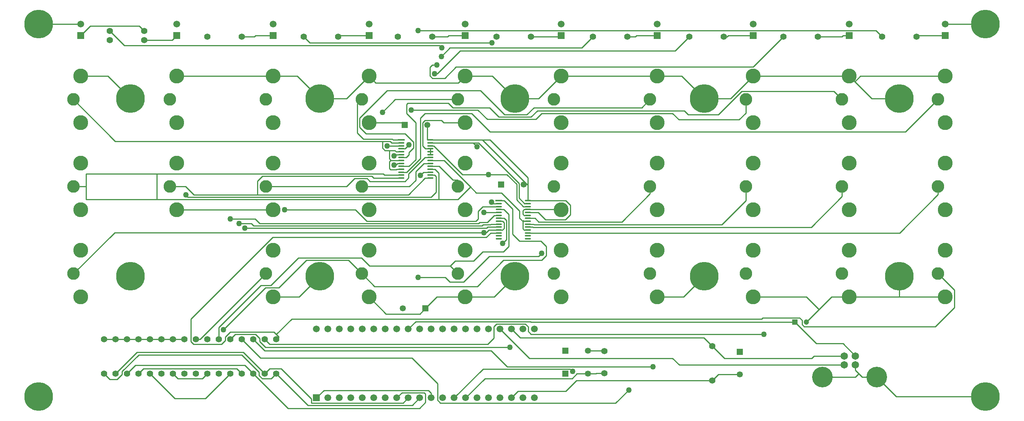
<source format=gtl>
%FSLAX23Y23*%
%MOIN*%
G70*
G01*
G75*
G04 Layer_Physical_Order=1*
%ADD10R,0.059X0.012*%
%ADD11O,0.059X0.012*%
%ADD12C,0.010*%
%ADD13C,0.250*%
%ADD14C,0.110*%
%ADD15C,0.130*%
%ADD16C,0.055*%
%ADD17R,0.059X0.059*%
%ADD18C,0.059*%
%ADD19R,0.053X0.053*%
%ADD20C,0.053*%
%ADD21C,0.047*%
%ADD22R,0.047X0.047*%
%ADD23R,0.059X0.059*%
%ADD24C,0.059*%
%ADD25C,0.065*%
%ADD26C,0.180*%
%ADD27C,0.050*%
D10*
X4410Y3490D02*
D03*
X5260Y2960D02*
D03*
D11*
X4410Y3464D02*
D03*
Y3439D02*
D03*
Y3413D02*
D03*
Y3388D02*
D03*
Y3362D02*
D03*
Y3336D02*
D03*
Y3311D02*
D03*
Y3285D02*
D03*
Y3260D02*
D03*
Y3234D02*
D03*
Y3209D02*
D03*
Y3183D02*
D03*
Y3157D02*
D03*
X4663Y3490D02*
D03*
Y3464D02*
D03*
Y3439D02*
D03*
Y3413D02*
D03*
Y3388D02*
D03*
Y3362D02*
D03*
Y3336D02*
D03*
Y3311D02*
D03*
Y3285D02*
D03*
Y3260D02*
D03*
Y3234D02*
D03*
Y3209D02*
D03*
Y3183D02*
D03*
Y3157D02*
D03*
X5513Y2627D02*
D03*
Y2653D02*
D03*
Y2679D02*
D03*
Y2704D02*
D03*
Y2730D02*
D03*
Y2755D02*
D03*
Y2781D02*
D03*
Y2806D02*
D03*
Y2832D02*
D03*
Y2858D02*
D03*
Y2883D02*
D03*
Y2909D02*
D03*
Y2934D02*
D03*
Y2960D02*
D03*
X5260Y2627D02*
D03*
Y2653D02*
D03*
Y2679D02*
D03*
Y2704D02*
D03*
Y2730D02*
D03*
Y2755D02*
D03*
Y2781D02*
D03*
Y2806D02*
D03*
Y2832D02*
D03*
Y2858D02*
D03*
Y2883D02*
D03*
Y2909D02*
D03*
Y2934D02*
D03*
D12*
X4557Y4445D02*
X8545D01*
X8600Y4390D01*
X4659Y4050D02*
X4680Y4029D01*
X4788D01*
X4659Y4050D02*
Y4123D01*
X4680Y4144D01*
X4720D01*
X4788Y4029D02*
X4885Y4126D01*
X7476D01*
X7740Y4390D01*
X4699Y4069D02*
X4724D01*
X4921Y4266D01*
X6796D01*
X6920Y4390D01*
X4760Y4219D02*
X4834Y4293D01*
X5983D01*
X6080Y4390D01*
X3614Y4336D02*
X5199D01*
X3560Y4390D02*
X3614Y4336D01*
X4744Y4315D02*
X4764Y4295D01*
X1995Y4315D02*
X4744D01*
X1870Y4440D02*
X1995Y4315D01*
X8900Y4401D02*
X9149D01*
X8900Y4390D02*
Y4401D01*
X9149D02*
X9150Y4400D01*
X8040Y4390D02*
X8249D01*
X8259Y4400D01*
X8313D01*
X7220Y4390D02*
X7250D01*
X7260Y4400D01*
X7476D01*
X6380Y4390D02*
X6450D01*
X6460Y4400D01*
X6639D01*
X5540Y4390D02*
X5792D01*
X5802Y4400D01*
X4680Y4390D02*
X4814D01*
X4824Y4400D01*
X4965D01*
X3860Y4401D02*
X4127D01*
X3860Y4390D02*
Y4401D01*
X4127D02*
X4128Y4400D01*
X3020Y4390D02*
X3128D01*
X3138Y4400D01*
X3291D01*
X2170Y4360D02*
X2414D01*
X2454Y4400D01*
X1617D02*
X1700Y4483D01*
X2127D01*
X2170Y4440D01*
X4970Y1240D02*
X5138Y1408D01*
X5898D01*
X5940Y1450D01*
X6037D01*
X6106D01*
X6110Y1454D01*
X6180D01*
X4870Y1240D02*
X5122Y1492D01*
X5880D01*
X5902Y1470D01*
X6037Y1650D02*
X6176D01*
X6180Y1646D01*
X5370Y1240D02*
X5427Y1297D01*
X5843D01*
X5936Y1390D01*
X7120D01*
X7173Y1443D01*
X7360D01*
X7046Y1764D02*
X7120Y1690D01*
X5446Y1764D02*
X7046D01*
X5370Y1840D02*
X5446Y1764D01*
X7120Y1690D02*
X7226Y1584D01*
X7985D01*
X8006Y1605D01*
X8268D01*
X1820Y1750D02*
X1920D01*
X2020D01*
X2120D01*
X2220D01*
X2320D01*
X2420D01*
X2520D01*
X2454Y2880D02*
X3291D01*
X4128Y2120D02*
X4276Y1972D01*
X4572D01*
X3291Y2120D02*
X3520D01*
X3700Y2300D01*
X4572Y1972D02*
X4620Y2020D01*
X4720Y2120D01*
X4965D01*
X5220D01*
X5400Y2300D01*
X1617Y4046D02*
X1854D01*
X2050Y3850D01*
X2454Y4046D02*
Y4046D01*
X3184D01*
X3185Y4046D01*
X1250Y4500D02*
X1250Y4500D01*
X1250D02*
X1250D01*
X1617D01*
X3185Y4046D02*
X3291D01*
X3504D01*
X3700Y3850D01*
X4620Y3413D02*
X4662D01*
X4595Y3438D02*
X4620Y3413D01*
X4595Y3438D02*
Y3640D01*
X4128D02*
X4420D01*
X4440Y3620D01*
X4595Y3640D02*
X4617Y3662D01*
X4758D01*
X4663Y3362D02*
X4663D01*
Y3388D01*
X4662D02*
X4663D01*
X4663D01*
X4662D02*
Y3413D01*
X4663D01*
X4780Y3640D02*
X4965D01*
X3700Y3850D02*
X3932D01*
X4128Y4046D01*
X4185Y3988D01*
X4758Y3662D02*
X4780Y3640D01*
X4185Y3988D02*
X4907D01*
X4965Y4046D01*
X5204D02*
X5400Y3850D01*
X4965Y4046D02*
X5204D01*
X6639Y2120D02*
X6870D01*
X7050Y2300D01*
X5468Y2844D02*
X5480Y2832D01*
X5468Y2844D02*
Y2871D01*
X5480Y2883D01*
Y2832D02*
X5513D01*
X5480Y2883D02*
X5513D01*
X5654D01*
X5655Y2884D01*
X5798D01*
X5802Y2880D01*
X7940Y1900D02*
X8050Y2010D01*
X8080Y1420D02*
X8366D01*
X7476Y2120D02*
X7940D01*
X8050Y2010D01*
X8160Y2120D01*
X8313D01*
X8750D01*
X8366Y1420D02*
X8396Y1450D01*
X8426Y1420D01*
X8724Y1250D02*
X9500D01*
X8554Y1420D02*
X8724Y1250D01*
X8366Y1480D02*
X8396Y1450D01*
X8366Y1480D02*
Y1527D01*
X8426Y1420D02*
X8554D01*
X8750Y2120D02*
X9150D01*
X8750D02*
Y2300D01*
X5400Y3850D02*
X5606D01*
X7050D02*
X7280D01*
X5606D02*
X5802Y4046D01*
X6072D01*
X6072Y4046D01*
X6638D01*
X6639Y4046D01*
X6854D01*
X7050Y3850D01*
X7280D02*
X7476Y4046D01*
X7744D01*
X7744Y4046D01*
X8312D01*
X8362Y3997D02*
X8508Y3850D01*
X8750D01*
X8312Y4046D02*
X8313Y4046D01*
X8362Y3997D01*
X8410Y4046D01*
X9150D01*
Y4500D02*
X9150Y4500D01*
X9150D02*
X9150D01*
X9500D01*
X3670Y1240D02*
X3735Y1305D01*
X4470Y1840D02*
X4535Y1905D01*
X3735Y1305D02*
X4645D01*
X4670Y1240D02*
Y1280D01*
X4645Y1305D02*
X4670Y1280D01*
X4637Y3490D02*
Y3620D01*
X4535Y1905D02*
X5535D01*
X4637Y3490D02*
X4663D01*
X5116D01*
X5184D01*
X5535Y1905D02*
X5540Y1900D01*
X5667Y2795D02*
X5840D01*
X5604Y2858D02*
X5667Y2795D01*
X5840D02*
X5882Y2837D01*
Y2920D01*
X8027Y1713D02*
X8259D01*
X8366Y1605D01*
X5540Y1900D02*
X7840D01*
X8027Y1713D01*
X5477Y3100D02*
X5506D01*
X5491Y3115D02*
X5506Y3100D01*
X5116Y3490D02*
X5491Y3115D01*
X5513Y2960D02*
Y3161D01*
Y2858D02*
X5604D01*
X5513Y2960D02*
X5842D01*
X5184Y3490D02*
X5513Y3161D01*
X5842Y2960D02*
X5882Y2920D01*
X5270Y1840D02*
X5526Y1584D01*
X6774D01*
X6831Y1527D01*
X8268D01*
X4286Y3439D02*
X4410D01*
X4286D02*
Y3439D01*
X4027Y3551D02*
Y3805D01*
Y3551D02*
X4079Y3499D01*
X4027Y3805D02*
X4065Y3843D01*
X4329Y3499D02*
X4338Y3490D01*
X4079Y3499D02*
X4329D01*
X4338Y3490D02*
X4410D01*
X4246Y3732D02*
X4357Y3843D01*
X4902D01*
X4410Y3413D02*
X4441D01*
X4475Y3447D01*
X4346Y3352D02*
X4356Y3362D01*
X4410D01*
Y3336D02*
X4451D01*
X4475Y3360D01*
X4444Y3543D02*
X4515Y3472D01*
X4047Y3600D02*
X4104Y3543D01*
X4047Y3600D02*
Y3680D01*
X4104Y3543D02*
X4444D01*
X4047Y3680D02*
X4287Y3920D01*
X5100D01*
X4475Y3360D02*
Y3382D01*
X4515Y3422D01*
Y3472D01*
X5100Y3920D02*
X5310Y3710D01*
X5503D01*
X5565Y3772D01*
X6505D01*
X6576Y3843D01*
X4346Y3270D02*
X4361D01*
X4376Y3285D01*
X4410D01*
X4495Y3752D02*
X5077D01*
X6828Y3666D02*
X7354D01*
X6774Y3720D02*
X6828Y3666D01*
X7354D02*
X7413Y3725D01*
X5159Y3670D02*
X5581D01*
X5077Y3752D02*
X5159Y3670D01*
X5581D02*
X5631Y3720D01*
X6774D01*
X7413Y3725D02*
Y3843D01*
X4410Y3260D02*
X4477D01*
X4535Y3317D01*
X4455Y3720D02*
X4535Y3640D01*
Y3317D02*
Y3640D01*
X4455Y3720D02*
Y3800D01*
X4467Y3812D01*
X4860Y3772D02*
X5178D01*
X4467Y3812D02*
X4820D01*
X4860Y3772D01*
X5260Y3690D02*
X5540D01*
X5178Y3772D02*
X5260Y3690D01*
X6910Y3710D02*
X7172D01*
X5540Y3690D02*
X5595Y3745D01*
X6875D02*
X6910Y3710D01*
X5595Y3745D02*
X6875D01*
X7172Y3710D02*
X7375Y3913D01*
X8180D01*
X8250Y3843D01*
X4410Y3209D02*
X4455D01*
X4575Y3329D01*
Y3680D01*
X4615Y3720D01*
X5023D02*
X5183Y3560D01*
X8804D01*
X4615Y3720D02*
X5023D01*
X8804Y3560D02*
X9087Y3843D01*
X4306Y3240D02*
Y3300D01*
X4246Y3420D02*
X4267Y3399D01*
X4305Y3326D02*
Y3399D01*
X4306Y3240D02*
X4316Y3230D01*
X4306Y3300D02*
X4317Y3311D01*
X4305Y3326D02*
X4320Y3311D01*
X4246Y3420D02*
Y3479D01*
X1554Y3843D02*
X1917Y3479D01*
X4267Y3399D02*
X4305D01*
X4354D01*
X1917Y3479D02*
X4246D01*
X4311D01*
X4316Y3230D02*
X4365D01*
X4317Y3311D02*
X4320D01*
X4365Y3230D02*
X4369Y3234D01*
X4410D01*
X4320Y3311D02*
X4410D01*
X4311Y3479D02*
X4326Y3464D01*
X4354Y3399D02*
X4365Y3388D01*
X4410D01*
X4326Y3464D02*
X4410D01*
X2620Y1750D02*
X2655D01*
X3228Y2323D01*
X4009Y2881D02*
X4110Y2780D01*
X5059D01*
X5080Y2801D01*
Y2869D01*
X3391Y2881D02*
X4009D01*
X5080Y2869D02*
X5120Y2909D01*
X5260D01*
X2860Y1833D02*
X3227Y2200D01*
X3341D01*
X3581Y2440D01*
X3948D01*
X4065Y2323D02*
X4177Y2211D01*
X3948Y2440D02*
X4065Y2323D01*
X4177Y2211D02*
X5071D01*
X5300Y2440D01*
X5633D01*
X5673Y2480D01*
X5627Y2606D02*
X5673Y2560D01*
Y2480D02*
Y2560D01*
X5379Y2667D02*
Y2887D01*
X5260Y2960D02*
X5306D01*
X5440Y2606D02*
X5627D01*
X5306Y2960D02*
X5379Y2887D01*
Y2667D02*
X5440Y2606D01*
X2820Y1750D02*
Y1853D01*
X3187Y2220D01*
X3272D01*
X3512Y2460D01*
X4062D01*
X4132Y2390D02*
X4835D01*
X4062Y2460D02*
X4132Y2390D01*
X4835D02*
X4902Y2323D01*
X4835Y2390D02*
X4880Y2435D01*
X5040D01*
X5120Y2515D01*
X5300D01*
X5260Y2883D02*
X5302D01*
X5300Y2515D02*
X5345Y2560D01*
X5302Y2883D02*
X5345Y2840D01*
Y2560D02*
Y2840D01*
X2920Y1750D02*
X2963Y1793D01*
X3227Y1680D02*
X5355D01*
X3177Y1730D02*
X3227Y1680D01*
X3177Y1730D02*
Y1756D01*
X2963Y1793D02*
X3140D01*
X2920Y2800D02*
X3137D01*
X3140Y1793D02*
X3177Y1756D01*
X3137Y2800D02*
X3177Y2760D01*
X5083D01*
X5093Y2770D01*
X5158D01*
X5220Y2832D01*
X5260D01*
X3183Y1587D02*
X4503D01*
X3020Y1750D02*
X3183Y1587D01*
X4725Y1220D02*
X4750Y1195D01*
X6277D01*
X4503Y1587D02*
X4725Y1365D01*
Y1220D02*
Y1365D01*
X5260Y2806D02*
X5305D01*
X6277Y1195D02*
X6391Y1309D01*
X5291Y2587D02*
X5325Y2621D01*
Y2786D01*
X5305Y2806D02*
X5325Y2786D01*
X3218Y1652D02*
X5192D01*
X3120Y1750D02*
X3218Y1652D01*
X3124Y2740D02*
X5113D01*
X2995Y2760D02*
X3104D01*
X3124Y2740D01*
X5332Y1512D02*
X6602D01*
X5192Y1652D02*
X5332Y1512D01*
X5113Y2740D02*
X5123Y2750D01*
X5186D01*
X5191Y2755D01*
X5260D01*
X3263Y1707D02*
X5162D01*
X3220Y1750D02*
X3263Y1707D01*
X5162D02*
X5215Y1760D01*
X3047Y2720D02*
X5151D01*
X5161Y2730D01*
X5260D01*
X5515Y1820D02*
X5540Y1795D01*
X5215Y1760D02*
Y1860D01*
X5515Y1820D02*
Y1860D01*
X5540Y1795D02*
X7569D01*
X5215Y1860D02*
X5240Y1885D01*
X5490D01*
X5515Y1860D01*
X2600Y1707D02*
X2844D01*
X2577Y1730D02*
X2600Y1707D01*
X2577Y1730D02*
Y1929D01*
X2844Y1707D02*
X2877Y1740D01*
Y1770D01*
X3320Y1750D02*
X3342Y1771D01*
X2877Y1770D02*
X2920Y1813D01*
X2577Y1929D02*
X3288Y2640D01*
X2920Y1813D02*
X3300D01*
X3320Y1793D01*
X3342Y1771D01*
X3288Y2640D02*
X5150D01*
X3320Y1793D02*
X3456Y1929D01*
X7901Y1880D02*
Y1918D01*
X3456Y1929D02*
X7549D01*
X7559Y1939D01*
X7901Y1880D02*
X7920Y1861D01*
X9064D01*
X7880Y1939D02*
X7901Y1918D01*
X9064Y1861D02*
X9230Y2027D01*
X5150Y2640D02*
X5189Y2679D01*
X5260D01*
X7559Y1939D02*
X7880D01*
X9230Y2027D02*
Y2180D01*
X9087Y2323D02*
X9230Y2180D01*
X1554Y2323D02*
X1911Y2680D01*
X5130D01*
X5148D01*
X5172Y2704D01*
X5128Y2858D02*
X5260D01*
X5172Y2704D02*
X5260D01*
X5290D01*
X5305Y2719D01*
Y2767D01*
X5260Y2781D02*
X5291D01*
X5305Y2767D01*
X5195Y2949D02*
X5210Y2934D01*
X5260D01*
X3228Y3083D02*
Y3083D01*
X3931D01*
X4001Y3153D01*
X4111D01*
X4135Y3129D01*
X4443D01*
X4474Y3160D01*
Y3193D01*
X4617Y3336D01*
X4663D01*
X4065Y3083D02*
X4480D01*
X4536Y3139D01*
Y3215D01*
X4606Y3285D01*
X4663D01*
X4740Y3260D02*
X4859Y3141D01*
X4663Y3260D02*
X4740D01*
X4902Y3083D02*
Y3141D01*
X4859D02*
X4902D01*
X4556Y2290D02*
X4794D01*
X4576Y3181D02*
X4604Y3209D01*
X4663D01*
X4832Y2252D02*
X4954D01*
X4794Y2290D02*
X4832Y2252D01*
X4954D02*
X5175Y2473D01*
X5606D01*
X5633Y2500D01*
X5576Y2806D02*
X5607Y2775D01*
X5513Y2806D02*
X5576D01*
X5607Y2775D02*
X6331D01*
X6576Y3020D01*
Y3083D01*
X5513Y2755D02*
X5564D01*
X5569Y2750D01*
X7202D01*
X7413Y2961D01*
Y3083D01*
X5513Y2730D02*
X5555D01*
X5556Y2729D01*
X7982D01*
X8250Y2997D01*
Y3083D01*
X5513Y2679D02*
X5635D01*
X5636Y2678D01*
X8752D01*
X9087Y3013D01*
Y3083D01*
X1554D02*
X1664D01*
X1664Y2972D02*
Y3082D01*
X1664Y3083D02*
X1664Y3082D01*
Y2972D02*
X2280D01*
X4737D01*
X1664Y3083D02*
Y3193D01*
X2280Y2972D02*
Y3193D01*
X1664D02*
X2280D01*
X4262Y3183D02*
X4410D01*
X2280Y3193D02*
X4252D01*
X4262Y3183D01*
X4663Y3234D02*
X4703D01*
X4663Y3311D02*
X4781D01*
X5468Y2716D02*
X5480Y2704D01*
X5468Y2716D02*
Y2781D01*
X5440Y2809D02*
X5468Y2781D01*
X5474Y2786D01*
X5480Y2704D02*
X5513D01*
X5474Y2786D02*
X5479Y2781D01*
X5513D01*
X4737Y2972D02*
X4904D01*
X5012Y3080D01*
X4703Y3234D02*
X4737Y3200D01*
Y2972D02*
Y3200D01*
X5063Y3029D02*
X5283D01*
X5440Y2809D02*
Y2872D01*
X4781Y3311D02*
X5012Y3080D01*
X5283Y3029D02*
X5440Y2872D01*
X5012Y3080D02*
X5063Y3029D01*
X2534Y3008D02*
Y3012D01*
Y3008D02*
X2550Y2992D01*
X4669D01*
X4711Y3034D01*
X4663Y3183D02*
X4700D01*
X4711Y3034D02*
Y3172D01*
X4700Y3183D02*
X4711Y3172D01*
X2530Y3083D02*
X2601Y3012D01*
X3157D01*
X4471D01*
X2391Y3083D02*
X2530D01*
X3157Y3012D02*
Y3130D01*
X3200Y3173D01*
X4471Y3012D02*
X4616Y3157D01*
X3200Y3173D02*
X4152D01*
X4168Y3157D01*
X4410D01*
X4616D02*
X4663D01*
X2420Y1450D02*
X2463Y1407D01*
X2677D01*
X2720Y1450D01*
X2220D02*
X2437Y1233D01*
X2703D01*
X2920Y1450D01*
X2120D02*
X2163Y1493D01*
X2977D01*
X3020Y1450D01*
X3120D02*
X3421Y1149D01*
X2020Y1450D02*
X2094Y1524D01*
X3046D01*
X3120Y1450D01*
X3421Y1149D02*
X4569D01*
X4620Y1200D01*
Y1275D01*
X4370Y1240D02*
X4415Y1285D01*
X4610D01*
X4620Y1275D01*
X1920Y1450D02*
X2107Y1637D01*
X3033D01*
X3220Y1450D02*
X3263Y1493D01*
X3033Y1637D02*
X3220Y1450D01*
X3625Y1195D02*
Y1231D01*
Y1195D02*
X4425D01*
X4470Y1240D01*
X3263Y1493D02*
X3363D01*
X3625Y1231D01*
X1820Y1450D02*
X1870Y1400D01*
X1934D01*
X1977Y1443D01*
Y1470D01*
X2122Y1615D01*
X3018D01*
X3170Y1463D01*
X3595Y1175D02*
X4505D01*
X3320Y1450D02*
X3595Y1175D01*
X4505D02*
X4570Y1240D01*
X3170Y1435D02*
X3198Y1407D01*
X3170Y1435D02*
Y1463D01*
X3198Y1407D02*
X3277D01*
X3320Y1450D01*
X4663Y3439D02*
X4694D01*
X4944Y3189D02*
X5170D01*
X4694Y3439D02*
X4944Y3189D01*
X5415Y2967D02*
X5473Y2909D01*
X5513D01*
X5170Y3189D02*
X5329D01*
X5415Y2967D02*
Y3103D01*
X5329Y3189D02*
X5415Y3103D01*
X5037Y3464D02*
X5070Y3431D01*
X4663Y3464D02*
X5037D01*
X5082D01*
X5435Y2983D02*
X5484Y2934D01*
X5435Y2983D02*
Y3111D01*
X5484Y2934D02*
X5513D01*
X5082Y3464D02*
X5435Y3111D01*
D13*
X1250Y1250D02*
D03*
X2050Y2300D02*
D03*
X3700D02*
D03*
X5400D02*
D03*
X2050Y3850D02*
D03*
X3700D02*
D03*
X1250Y4500D02*
D03*
X5400Y3850D02*
D03*
X7050Y2300D02*
D03*
X9500Y1250D02*
D03*
X8750Y2300D02*
D03*
X7050Y3850D02*
D03*
X8750D02*
D03*
X9500Y4500D02*
D03*
D14*
X2391Y3083D02*
D03*
X1554Y2323D02*
D03*
Y3083D02*
D03*
X6576D02*
D03*
X3228D02*
D03*
X7413D02*
D03*
X4065D02*
D03*
X8250D02*
D03*
X4902D02*
D03*
X9087D02*
D03*
X5739D02*
D03*
X3228Y2323D02*
D03*
X4065D02*
D03*
X4902D02*
D03*
X5739D02*
D03*
X6576D02*
D03*
X7413D02*
D03*
X8250D02*
D03*
X9087D02*
D03*
Y3843D02*
D03*
X8250D02*
D03*
X7413D02*
D03*
X6576D02*
D03*
X5739D02*
D03*
X4902D02*
D03*
X4065D02*
D03*
X3228D02*
D03*
X1554D02*
D03*
X2391D02*
D03*
D15*
X2454Y3286D02*
D03*
Y2880D02*
D03*
X1617Y2526D02*
D03*
Y2120D02*
D03*
Y3286D02*
D03*
Y2880D02*
D03*
X6639Y3286D02*
D03*
Y2880D02*
D03*
X3291Y3286D02*
D03*
Y2880D02*
D03*
X7476Y3286D02*
D03*
Y2880D02*
D03*
X4128Y3286D02*
D03*
Y2880D02*
D03*
X8313Y3286D02*
D03*
Y2880D02*
D03*
X4965Y3286D02*
D03*
Y2880D02*
D03*
X9150Y3286D02*
D03*
Y2880D02*
D03*
X5802Y3286D02*
D03*
Y2880D02*
D03*
X3291Y2526D02*
D03*
Y2120D02*
D03*
X4128Y2526D02*
D03*
Y2120D02*
D03*
X4965Y2526D02*
D03*
Y2120D02*
D03*
X5802Y2526D02*
D03*
Y2120D02*
D03*
X6639Y2526D02*
D03*
Y2120D02*
D03*
X7476Y2526D02*
D03*
Y2120D02*
D03*
X8313Y2526D02*
D03*
Y2120D02*
D03*
X9150Y2526D02*
D03*
Y2120D02*
D03*
Y3640D02*
D03*
Y4046D02*
D03*
X8313Y3640D02*
D03*
Y4046D02*
D03*
X7476Y3640D02*
D03*
Y4046D02*
D03*
X6639Y3640D02*
D03*
Y4046D02*
D03*
X5802Y3640D02*
D03*
Y4046D02*
D03*
X4965Y3640D02*
D03*
Y4046D02*
D03*
X4128Y3640D02*
D03*
Y4046D02*
D03*
X3291Y3640D02*
D03*
Y4046D02*
D03*
X1617Y3640D02*
D03*
Y4046D02*
D03*
X2454Y3640D02*
D03*
Y4046D02*
D03*
D16*
X1870Y4440D02*
D03*
X2170D02*
D03*
X1870Y4360D02*
D03*
X2170D02*
D03*
X2720Y4390D02*
D03*
X3020D02*
D03*
X3560D02*
D03*
X3860D02*
D03*
X4380D02*
D03*
X4680D02*
D03*
X5240D02*
D03*
X5540D02*
D03*
X6080D02*
D03*
X6380D02*
D03*
X6920D02*
D03*
X7220D02*
D03*
X7740D02*
D03*
X8040D02*
D03*
X8600D02*
D03*
X8900D02*
D03*
X6180Y1646D02*
D03*
Y1454D02*
D03*
X7120Y1690D02*
D03*
Y1390D02*
D03*
X2620Y1750D02*
D03*
Y1450D02*
D03*
X2720Y1750D02*
D03*
Y1450D02*
D03*
X2820Y1750D02*
D03*
Y1450D02*
D03*
X2920Y1750D02*
D03*
Y1450D02*
D03*
X3020Y1750D02*
D03*
Y1450D02*
D03*
X3120Y1750D02*
D03*
Y1450D02*
D03*
X3220Y1750D02*
D03*
Y1450D02*
D03*
X3320Y1750D02*
D03*
Y1450D02*
D03*
X2520D02*
D03*
Y1750D02*
D03*
X2420Y1450D02*
D03*
Y1750D02*
D03*
X2320Y1450D02*
D03*
Y1750D02*
D03*
X2220Y1450D02*
D03*
Y1750D02*
D03*
X2120Y1450D02*
D03*
Y1750D02*
D03*
X2020Y1450D02*
D03*
Y1750D02*
D03*
X1920Y1450D02*
D03*
Y1750D02*
D03*
X1820Y1450D02*
D03*
Y1750D02*
D03*
D17*
X1617Y4400D02*
D03*
X2454D02*
D03*
X3291D02*
D03*
X4128D02*
D03*
X4965D02*
D03*
X5802D02*
D03*
X6639D02*
D03*
X7476D02*
D03*
X8313D02*
D03*
X9150D02*
D03*
D18*
X1617Y4500D02*
D03*
X2454D02*
D03*
X3291D02*
D03*
X4128D02*
D03*
X4965D02*
D03*
X5802D02*
D03*
X6639D02*
D03*
X7476D02*
D03*
X8313D02*
D03*
X9150D02*
D03*
D19*
X5840Y1650D02*
D03*
Y1450D02*
D03*
X7360Y1640D02*
D03*
X4440Y3620D02*
D03*
X5280Y3100D02*
D03*
X4620Y2020D02*
D03*
D20*
X6037Y1650D02*
D03*
Y1450D02*
D03*
X7360Y1443D02*
D03*
X4637Y3620D02*
D03*
X5477Y3100D02*
D03*
X4423Y2020D02*
D03*
D21*
X7940Y1900D02*
D03*
D22*
X7840D02*
D03*
D23*
X3670Y1240D02*
D03*
D24*
X3770D02*
D03*
X3870D02*
D03*
X3970D02*
D03*
X4070D02*
D03*
X4170D02*
D03*
X4270D02*
D03*
X4370D02*
D03*
X4470D02*
D03*
X4570D02*
D03*
X4670D02*
D03*
X4770D02*
D03*
X4870D02*
D03*
X4970D02*
D03*
X5070D02*
D03*
X5170D02*
D03*
X5270D02*
D03*
X5370D02*
D03*
X5470D02*
D03*
X5570D02*
D03*
X3670Y1840D02*
D03*
X3770D02*
D03*
X3870D02*
D03*
X3970D02*
D03*
X4070D02*
D03*
X4170D02*
D03*
X4270D02*
D03*
X4370D02*
D03*
X4470D02*
D03*
X4570D02*
D03*
X4670D02*
D03*
X4770D02*
D03*
X4870D02*
D03*
X4970D02*
D03*
X5070D02*
D03*
X5170D02*
D03*
X5270D02*
D03*
X5370D02*
D03*
X5470D02*
D03*
X5570D02*
D03*
D25*
X8366Y1527D02*
D03*
X8366Y1605D02*
D03*
X8268D02*
D03*
Y1527D02*
D03*
D26*
X8554Y1420D02*
D03*
X8080D02*
D03*
D27*
X4557Y4445D02*
D03*
X4720Y4144D02*
D03*
X4699Y4069D02*
D03*
X4760Y4219D02*
D03*
X5199Y4336D02*
D03*
X4764Y4295D02*
D03*
X5902Y1470D02*
D03*
X4286Y3439D02*
D03*
X4246Y3732D02*
D03*
X4475Y3447D02*
D03*
X4346Y3352D02*
D03*
Y3270D02*
D03*
X4495Y3752D02*
D03*
X3391Y2881D02*
D03*
X2860Y1833D02*
D03*
X2920Y2800D02*
D03*
X5355Y1680D02*
D03*
X5291Y2587D02*
D03*
X6391Y1309D02*
D03*
X2995Y2760D02*
D03*
X6602Y1512D02*
D03*
X3047Y2720D02*
D03*
X7569Y1795D02*
D03*
X5130Y2680D02*
D03*
X5128Y2858D02*
D03*
X5195Y2949D02*
D03*
X4556Y2290D02*
D03*
X4576Y3181D02*
D03*
X5633Y2500D02*
D03*
X2534Y3012D02*
D03*
X5170Y3189D02*
D03*
X5070Y3431D02*
D03*
M02*

</source>
